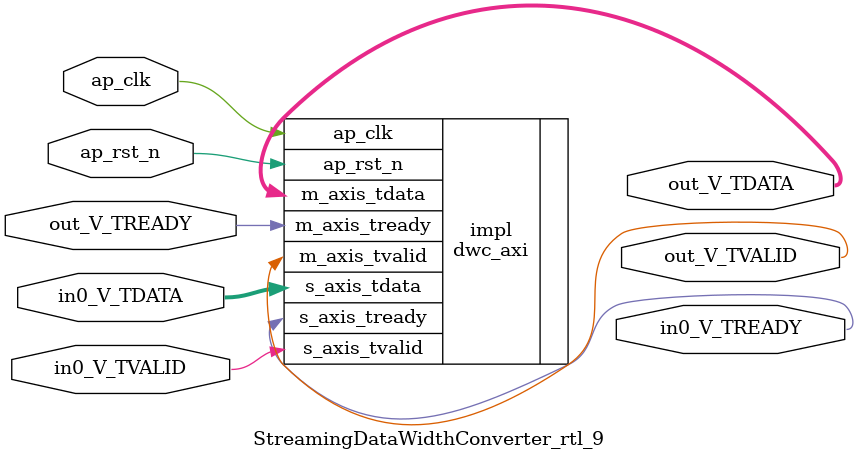
<source format=v>
/******************************************************************************
 * Copyright (C) 2023, Advanced Micro Devices, Inc.
 * All rights reserved.
 *
 * Redistribution and use in source and binary forms, with or without
 * modification, are permitted provided that the following conditions are met:
 *
 *  1. Redistributions of source code must retain the above copyright notice,
 *     this list of conditions and the following disclaimer.
 *
 *  2. Redistributions in binary form must reproduce the above copyright
 *     notice, this list of conditions and the following disclaimer in the
 *     documentation and/or other materials provided with the distribution.
 *
 *  3. Neither the name of the copyright holder nor the names of its
 *     contributors may be used to endorse or promote products derived from
 *     this software without specific prior written permission.
 *
 * THIS SOFTWARE IS PROVIDED BY THE COPYRIGHT HOLDERS AND CONTRIBUTORS "AS IS"
 * AND ANY EXPRESS OR IMPLIED WARRANTIES, INCLUDING, BUT NOT LIMITED TO,
 * THE IMPLIED WARRANTIES OF MERCHANTABILITY AND FITNESS FOR A PARTICULAR
 * PURPOSE ARE DISCLAIMED. IN NO EVENT SHALL THE COPYRIGHT HOLDER OR
 * CONTRIBUTORS BE LIABLE FOR ANY DIRECT, INDIRECT, INCIDENTAL, SPECIAL,
 * EXEMPLARY, OR CONSEQUENTIAL DAMAGES (INCLUDING, BUT NOT LIMITED TO,
 * PROCUREMENT OF SUBSTITUTE GOODS OR SERVICES; LOSS OF USE, DATA, OR PROFITS;
 * OR BUSINESS INTERRUPTION). HOWEVER CAUSED AND ON ANY THEORY OF LIABILITY,
 * WHETHER IN CONTRACT, STRICT LIABILITY, OR TORT (INCLUDING NEGLIGENCE OR
 * OTHERWISE) ARISING IN ANY WAY OUT OF THE USE OF THIS SOFTWARE, EVEN IF
 * ADVISED OF THE POSSIBILITY OF SUCH DAMAGE.
 *****************************************************************************/

module StreamingDataWidthConverter_rtl_9 #(
	parameter  IBITS = 3,
	parameter  OBITS = 27,

	parameter  AXI_IBITS = (IBITS+7)/8 * 8,
	parameter  AXI_OBITS = (OBITS+7)/8 * 8
)(
	//- Global Control ------------------
	(* X_INTERFACE_INFO = "xilinx.com:signal:clock:1.0 ap_clk CLK" *)
	(* X_INTERFACE_PARAMETER = "ASSOCIATED_BUSIF in0_V:out_V, ASSOCIATED_RESET ap_rst_n" *)
	input	ap_clk,
	(* X_INTERFACE_PARAMETER = "POLARITY ACTIVE_LOW" *)
	input	ap_rst_n,

	//- AXI Stream - Input --------------
	output	in0_V_TREADY,
	input	in0_V_TVALID,
	input	[AXI_IBITS-1:0]  in0_V_TDATA,

	//- AXI Stream - Output -------------
	input	out_V_TREADY,
	output	out_V_TVALID,
	output	[AXI_OBITS-1:0]  out_V_TDATA
);

	dwc_axi #(
		.IBITS(IBITS),
		.OBITS(OBITS)
	) impl (
		.ap_clk(ap_clk),
		.ap_rst_n(ap_rst_n),
		.s_axis_tready(in0_V_TREADY),
		.s_axis_tvalid(in0_V_TVALID),
		.s_axis_tdata(in0_V_TDATA),
		.m_axis_tready(out_V_TREADY),
		.m_axis_tvalid(out_V_TVALID),
		.m_axis_tdata(out_V_TDATA)
	);

endmodule

</source>
